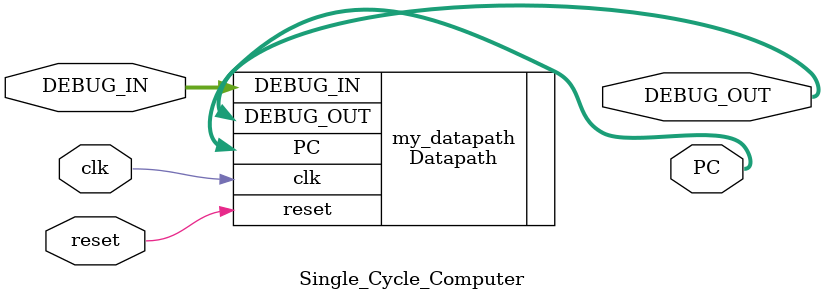
<source format=v>
module Single_Cycle_Computer
(
	input clk, reset,
	input wire [3:0] DEBUG_IN,
	output wire [31:0] PC, DEBUG_OUT
);

Datapath my_datapath(.clk(clk), .reset(reset), .DEBUG_IN(DEBUG_IN), .DEBUG_OUT(DEBUG_OUT) , .PC(PC));
endmodule
</source>
